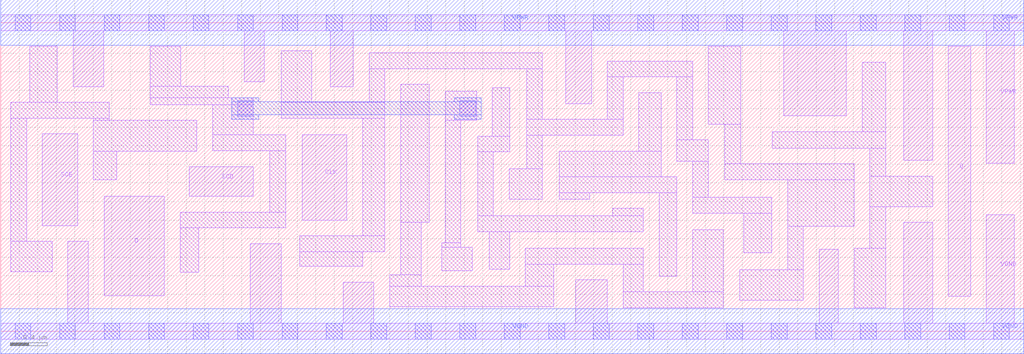
<source format=lef>
# Copyright 2020 The SkyWater PDK Authors
#
# Licensed under the Apache License, Version 2.0 (the "License");
# you may not use this file except in compliance with the License.
# You may obtain a copy of the License at
#
#     https://www.apache.org/licenses/LICENSE-2.0
#
# Unless required by applicable law or agreed to in writing, software
# distributed under the License is distributed on an "AS IS" BASIS,
# WITHOUT WARRANTIES OR CONDITIONS OF ANY KIND, either express or implied.
# See the License for the specific language governing permissions and
# limitations under the License.
#
# SPDX-License-Identifier: Apache-2.0

VERSION 5.7 ;
  NAMESCASESENSITIVE ON ;
  NOWIREEXTENSIONATPIN ON ;
  DIVIDERCHAR "/" ;
  BUSBITCHARS "[]" ;
UNITS
  DATABASE MICRONS 200 ;
END UNITS
MACRO sky130_fd_sc_lp__sdfxtp_2
  CLASS CORE ;
  SOURCE USER ;
  FOREIGN sky130_fd_sc_lp__sdfxtp_2 ;
  ORIGIN  0.000000  0.000000 ;
  SIZE  11.04000 BY  3.330000 ;
  SYMMETRY X Y R90 ;
  SITE unit ;
  PIN D
    ANTENNAGATEAREA  0.159000 ;
    DIRECTION INPUT ;
    USE SIGNAL ;
    PORT
      LAYER li1 ;
        RECT 1.115000 0.385000 1.765000 1.455000 ;
    END
  END D
  PIN Q
    ANTENNADIFFAREA  0.588000 ;
    DIRECTION OUTPUT ;
    USE SIGNAL ;
    PORT
      LAYER li1 ;
        RECT 10.225000 0.375000 10.465000 3.075000 ;
    END
  END Q
  PIN SCD
    ANTENNAGATEAREA  0.159000 ;
    DIRECTION INPUT ;
    USE SIGNAL ;
    PORT
      LAYER li1 ;
        RECT 2.035000 1.455000 2.725000 1.775000 ;
    END
  END SCD
  PIN SCE
    ANTENNAGATEAREA  0.318000 ;
    DIRECTION INPUT ;
    USE SIGNAL ;
    PORT
      LAYER li1 ;
        RECT 0.450000 1.140000 0.830000 2.130000 ;
    END
  END SCE
  PIN CLK
    ANTENNAGATEAREA  0.159000 ;
    DIRECTION INPUT ;
    USE CLOCK ;
    PORT
      LAYER li1 ;
        RECT 3.255000 1.200000 3.735000 2.120000 ;
    END
  END CLK
  PIN VGND
    DIRECTION INOUT ;
    USE GROUND ;
    PORT
      LAYER li1 ;
        RECT  0.000000 -0.085000 11.040000 0.085000 ;
        RECT  0.725000  0.085000  0.945000 0.970000 ;
        RECT  2.695000  0.085000  3.025000 0.945000 ;
        RECT  3.695000  0.085000  4.025000 0.530000 ;
        RECT  6.205000  0.085000  6.545000 0.555000 ;
        RECT  8.830000  0.085000  9.040000 0.885000 ;
        RECT  9.745000  0.085000 10.055000 1.175000 ;
        RECT 10.635000  0.085000 10.935000 1.255000 ;
      LAYER mcon ;
        RECT  0.155000 -0.085000  0.325000 0.085000 ;
        RECT  0.635000 -0.085000  0.805000 0.085000 ;
        RECT  1.115000 -0.085000  1.285000 0.085000 ;
        RECT  1.595000 -0.085000  1.765000 0.085000 ;
        RECT  2.075000 -0.085000  2.245000 0.085000 ;
        RECT  2.555000 -0.085000  2.725000 0.085000 ;
        RECT  3.035000 -0.085000  3.205000 0.085000 ;
        RECT  3.515000 -0.085000  3.685000 0.085000 ;
        RECT  3.995000 -0.085000  4.165000 0.085000 ;
        RECT  4.475000 -0.085000  4.645000 0.085000 ;
        RECT  4.955000 -0.085000  5.125000 0.085000 ;
        RECT  5.435000 -0.085000  5.605000 0.085000 ;
        RECT  5.915000 -0.085000  6.085000 0.085000 ;
        RECT  6.395000 -0.085000  6.565000 0.085000 ;
        RECT  6.875000 -0.085000  7.045000 0.085000 ;
        RECT  7.355000 -0.085000  7.525000 0.085000 ;
        RECT  7.835000 -0.085000  8.005000 0.085000 ;
        RECT  8.315000 -0.085000  8.485000 0.085000 ;
        RECT  8.795000 -0.085000  8.965000 0.085000 ;
        RECT  9.275000 -0.085000  9.445000 0.085000 ;
        RECT  9.755000 -0.085000  9.925000 0.085000 ;
        RECT 10.235000 -0.085000 10.405000 0.085000 ;
        RECT 10.715000 -0.085000 10.885000 0.085000 ;
      LAYER met1 ;
        RECT 0.000000 -0.245000 11.040000 0.245000 ;
    END
  END VGND
  PIN VPWR
    DIRECTION INOUT ;
    USE POWER ;
    PORT
      LAYER li1 ;
        RECT  0.000000 3.245000 11.040000 3.415000 ;
        RECT  0.780000 2.640000  1.110000 3.245000 ;
        RECT  2.625000 2.690000  2.845000 3.245000 ;
        RECT  3.555000 2.640000  3.805000 3.245000 ;
        RECT  6.095000 2.455000  6.375000 3.245000 ;
        RECT  8.450000 2.325000  9.125000 3.245000 ;
        RECT  9.745000 1.845000 10.055000 3.245000 ;
        RECT 10.635000 1.815000 10.935000 3.245000 ;
      LAYER mcon ;
        RECT  0.155000 3.245000  0.325000 3.415000 ;
        RECT  0.635000 3.245000  0.805000 3.415000 ;
        RECT  1.115000 3.245000  1.285000 3.415000 ;
        RECT  1.595000 3.245000  1.765000 3.415000 ;
        RECT  2.075000 3.245000  2.245000 3.415000 ;
        RECT  2.555000 3.245000  2.725000 3.415000 ;
        RECT  3.035000 3.245000  3.205000 3.415000 ;
        RECT  3.515000 3.245000  3.685000 3.415000 ;
        RECT  3.995000 3.245000  4.165000 3.415000 ;
        RECT  4.475000 3.245000  4.645000 3.415000 ;
        RECT  4.955000 3.245000  5.125000 3.415000 ;
        RECT  5.435000 3.245000  5.605000 3.415000 ;
        RECT  5.915000 3.245000  6.085000 3.415000 ;
        RECT  6.395000 3.245000  6.565000 3.415000 ;
        RECT  6.875000 3.245000  7.045000 3.415000 ;
        RECT  7.355000 3.245000  7.525000 3.415000 ;
        RECT  7.835000 3.245000  8.005000 3.415000 ;
        RECT  8.315000 3.245000  8.485000 3.415000 ;
        RECT  8.795000 3.245000  8.965000 3.415000 ;
        RECT  9.275000 3.245000  9.445000 3.415000 ;
        RECT  9.755000 3.245000  9.925000 3.415000 ;
        RECT 10.235000 3.245000 10.405000 3.415000 ;
        RECT 10.715000 3.245000 10.885000 3.415000 ;
      LAYER met1 ;
        RECT 0.000000 3.085000 11.040000 3.575000 ;
    END
  END VPWR
  OBS
    LAYER li1 ;
      RECT 0.110000 0.640000  0.555000 0.970000 ;
      RECT 0.110000 0.970000  0.280000 2.300000 ;
      RECT 0.110000 2.300000  1.170000 2.470000 ;
      RECT 0.315000 2.470000  0.610000 3.075000 ;
      RECT 1.000000 1.635000  1.250000 1.945000 ;
      RECT 1.000000 1.945000  2.115000 2.275000 ;
      RECT 1.000000 2.275000  1.170000 2.300000 ;
      RECT 1.615000 2.445000  2.725000 2.520000 ;
      RECT 1.615000 2.520000  2.455000 2.645000 ;
      RECT 1.615000 2.645000  1.945000 3.075000 ;
      RECT 1.935000 0.635000  2.135000 1.115000 ;
      RECT 1.935000 1.115000  3.075000 1.285000 ;
      RECT 2.285000 1.950000  3.075000 2.120000 ;
      RECT 2.285000 2.120000  2.725000 2.445000 ;
      RECT 2.905000 1.285000  3.075000 1.950000 ;
      RECT 3.025000 2.300000  4.145000 2.470000 ;
      RECT 3.025000 2.470000  3.355000 3.025000 ;
      RECT 3.225000 0.700000  3.905000 0.860000 ;
      RECT 3.225000 0.860000  4.145000 1.030000 ;
      RECT 3.905000 1.030000  4.145000 2.300000 ;
      RECT 3.975000 2.470000  4.145000 2.835000 ;
      RECT 3.975000 2.835000  5.845000 3.005000 ;
      RECT 4.195000 0.265000  5.965000 0.485000 ;
      RECT 4.195000 0.485000  4.535000 0.610000 ;
      RECT 4.315000 0.610000  4.535000 1.175000 ;
      RECT 4.315000 1.175000  4.625000 2.665000 ;
      RECT 4.760000 0.655000  5.090000 0.905000 ;
      RECT 4.760000 0.905000  4.965000 0.955000 ;
      RECT 4.795000 0.955000  4.965000 2.275000 ;
      RECT 4.795000 2.275000  5.135000 2.590000 ;
      RECT 5.145000 1.075000  6.935000 1.245000 ;
      RECT 5.145000 1.245000  5.315000 1.935000 ;
      RECT 5.145000 1.935000  5.495000 2.105000 ;
      RECT 5.270000 0.670000  5.490000 1.075000 ;
      RECT 5.305000 2.105000  5.495000 2.630000 ;
      RECT 5.485000 1.425000  5.845000 1.755000 ;
      RECT 5.660000 0.485000  5.965000 0.725000 ;
      RECT 5.660000 0.725000  6.935000 0.895000 ;
      RECT 5.675000 1.755000  5.845000 2.115000 ;
      RECT 5.675000 2.115000  6.715000 2.285000 ;
      RECT 5.675000 2.285000  5.845000 2.835000 ;
      RECT 6.025000 1.425000  6.355000 1.495000 ;
      RECT 6.025000 1.495000  7.295000 1.665000 ;
      RECT 6.025000 1.665000  7.125000 1.945000 ;
      RECT 6.545000 2.285000  6.715000 2.745000 ;
      RECT 6.545000 2.745000  7.465000 2.915000 ;
      RECT 6.605000 1.245000  6.935000 1.325000 ;
      RECT 6.715000 0.255000  7.795000 0.425000 ;
      RECT 6.715000 0.425000  6.935000 0.725000 ;
      RECT 6.885000 1.945000  7.125000 2.575000 ;
      RECT 7.105000 0.595000  7.295000 1.495000 ;
      RECT 7.295000 1.835000  7.635000 2.065000 ;
      RECT 7.295000 2.065000  7.465000 2.745000 ;
      RECT 7.465000 0.425000  7.795000 1.095000 ;
      RECT 7.465000 1.275000  8.320000 1.445000 ;
      RECT 7.465000 1.445000  7.635000 1.835000 ;
      RECT 7.635000 2.235000  7.985000 3.075000 ;
      RECT 7.815000 1.635000  9.210000 1.805000 ;
      RECT 7.815000 1.805000  7.985000 2.235000 ;
      RECT 7.975000 0.335000  8.660000 0.665000 ;
      RECT 8.020000 0.845000  8.320000 1.275000 ;
      RECT 8.325000 1.975000  9.550000 2.155000 ;
      RECT 8.490000 0.665000  8.660000 1.135000 ;
      RECT 8.490000 1.135000  9.210000 1.635000 ;
      RECT 9.210000 0.255000  9.550000 0.895000 ;
      RECT 9.295000 2.155000  9.550000 2.905000 ;
      RECT 9.380000 0.895000  9.550000 1.345000 ;
      RECT 9.380000 1.345000 10.055000 1.675000 ;
      RECT 9.380000 1.675000  9.550000 1.975000 ;
    LAYER mcon ;
      RECT 2.555000 2.320000 2.725000 2.490000 ;
      RECT 4.955000 2.320000 5.125000 2.490000 ;
    LAYER met1 ;
      RECT 2.495000 2.290000 2.785000 2.335000 ;
      RECT 2.495000 2.335000 5.185000 2.475000 ;
      RECT 2.495000 2.475000 2.785000 2.520000 ;
      RECT 4.895000 2.290000 5.185000 2.335000 ;
      RECT 4.895000 2.475000 5.185000 2.520000 ;
  END
END sky130_fd_sc_lp__sdfxtp_2

</source>
